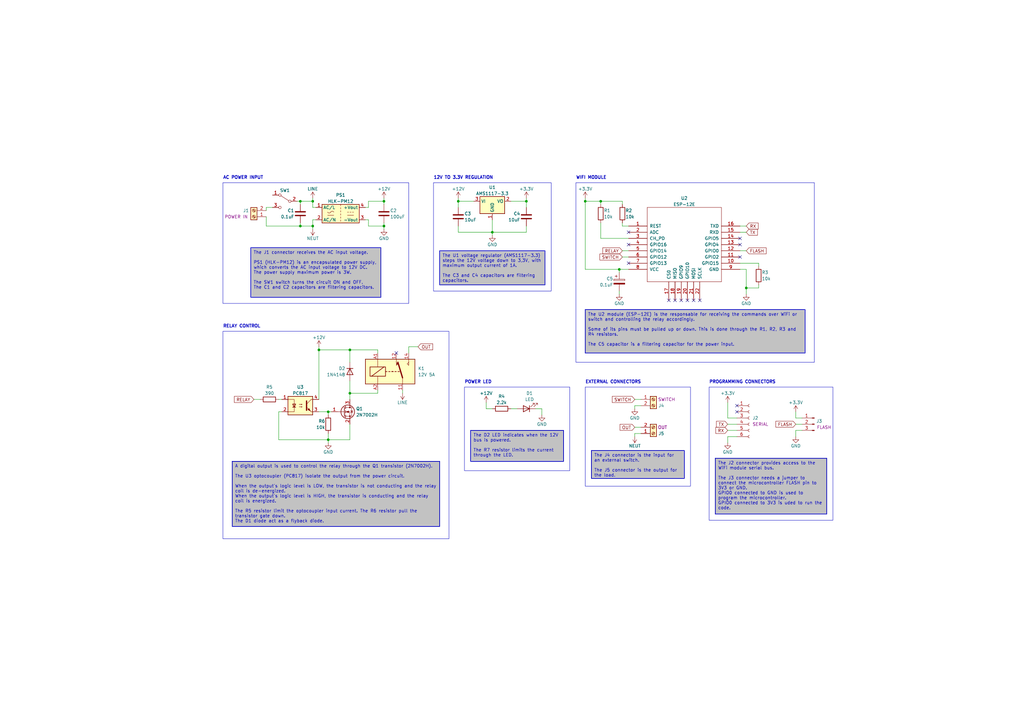
<source format=kicad_sch>
(kicad_sch (version 20230121) (generator eeschema)
  (paper "A3")
  (title_block (title "ON-OFF Module X1") (date "2024-05-02") (rev "1.0") (company "Alan Carvalho"))
  (lib_symbols
    (symbol "Connector:Conn_01x03_Pin" (pin_names (offset 1.016) hide)
      (property "Reference" "J" (at 0 5.08 0))
      (property "Value" "Conn_01x03_Pin" (at 0 -5.08 0))
      (symbol "Conn_01x03_Pin_1_1"
        (polyline (pts (xy 1.27 -2.54) (xy 0.8636 -2.54)) (stroke (width 0.1524)))
        (polyline (pts (xy 1.27 0) (xy 0.8636 0)) (stroke (width 0.1524)))
        (polyline (pts (xy 1.27 2.54) (xy 0.8636 2.54)) (stroke (width 0.1524)))
        (rectangle (start 0.8636 -2.413) (end 0 -2.667) (stroke (width 0.1524)) (fill (type outline)))
        (rectangle (start 0.8636 0.127) (end 0 -0.127) (stroke (width 0.1524)) (fill (type outline)))
        (rectangle (start 0.8636 2.667) (end 0 2.413) (stroke (width 0.1524)) (fill (type outline)))
        (pin passive line (at 5.08 2.54 180) (length 3.81) (name "Pin_1") (number "1"))
        (pin passive line (at 5.08 0 180) (length 3.81) (name "Pin_2") (number "2"))
        (pin passive line (at 5.08 -2.54 180) (length 3.81) (name "Pin_3") (number "3"))
      )
    )
    (symbol "Connector:Conn_01x06_Socket" (pin_names (offset 1.016) hide)
      (property "Reference" "J" (at 0 7.62 0))
      (property "Value" "Conn_01x06_Socket" (at 0 -10.16 0))
      (symbol "Conn_01x06_Socket_1_1"
        (arc (start 0 -7.112) (mid -0.5058 -7.62) (end 0 -8.128) (stroke (width 0.1524)))
        (arc (start 0 -4.572) (mid -0.5058 -5.08) (end 0 -5.588) (stroke (width 0.1524)))
        (arc (start 0 -2.032) (mid -0.5058 -2.54) (end 0 -3.048) (stroke (width 0.1524)))
        (polyline (pts (xy -1.27 -7.62) (xy -0.508 -7.62)) (stroke (width 0.1524)))
        (polyline (pts (xy -1.27 -5.08) (xy -0.508 -5.08)) (stroke (width 0.1524)))
        (polyline (pts (xy -1.27 -2.54) (xy -0.508 -2.54)) (stroke (width 0.1524)))
        (polyline (pts (xy -1.27 0) (xy -0.508 0)) (stroke (width 0.1524)))
        (polyline (pts (xy -1.27 2.54) (xy -0.508 2.54)) (stroke (width 0.1524)))
        (polyline (pts (xy -1.27 5.08) (xy -0.508 5.08)) (stroke (width 0.1524)))
        (arc (start 0 0.508) (mid -0.5058 0) (end 0 -0.508) (stroke (width 0.1524)))
        (arc (start 0 3.048) (mid -0.5058 2.54) (end 0 2.032) (stroke (width 0.1524)))
        (arc (start 0 5.588) (mid -0.5058 5.08) (end 0 4.572) (stroke (width 0.1524)))
        (pin passive line (at -5.08 5.08 0) (length 3.81) (name "Pin_1") (number "1"))
        (pin passive line (at -5.08 2.54 0) (length 3.81) (name "Pin_2") (number "2"))
        (pin passive line (at -5.08 0 0) (length 3.81) (name "Pin_3") (number "3"))
        (pin passive line (at -5.08 -2.54 0) (length 3.81) (name "Pin_4") (number "4"))
        (pin passive line (at -5.08 -5.08 0) (length 3.81) (name "Pin_5") (number "5"))
        (pin passive line (at -5.08 -7.62 0) (length 3.81) (name "Pin_6") (number "6"))
      )
    )
    (symbol "Connector:Screw_Terminal_01x02" (pin_names (offset 1.016) hide)
      (property "Reference" "J" (at 0 2.54 0))
      (property "Value" "Screw_Terminal_01x02" (at 0 -5.08 0))
      (symbol "Screw_Terminal_01x02_1_1"
        (rectangle (start -1.27 1.27) (end 1.27 -3.81) (stroke (width 0.254)) (fill (type background)))
        (circle (center 0 -2.54) (radius 0.635) (stroke (width 0.1524)))
        (polyline (pts (xy -0.5334 -2.2098) (xy 0.3302 -3.048)) (stroke (width 0.1524)))
        (polyline (pts (xy -0.5334 0.3302) (xy 0.3302 -0.508)) (stroke (width 0.1524)))
        (polyline (pts (xy -0.3556 -2.032) (xy 0.508 -2.8702)) (stroke (width 0.1524)))
        (polyline (pts (xy -0.3556 0.508) (xy 0.508 -0.3302)) (stroke (width 0.1524)))
        (circle (center 0 0) (radius 0.635) (stroke (width 0.1524)))
        (pin passive line (at -5.08 0 0) (length 3.81) (name "Pin_1") (number "1"))
        (pin passive line (at -5.08 -2.54 0) (length 3.81) (name "Pin_2") (number "2"))
      )
    )
    (symbol "Converter_ACDC:HLK-PM12"
      (property "Reference" "PS" (at 0 5.08 0))
      (property "Value" "HLK-PM12" (at 0 -5.08 0))
      (symbol "HLK-PM12_0_1"
        (rectangle (start -7.62 3.81) (end 7.62 -3.81) (stroke (width 0.254)) (fill (type background)))
        (arc (start -5.334 0.635) (mid -4.699 0.2495) (end -4.064 0.635))
        (arc (start -2.794 0.635) (mid -3.429 1.0072) (end -4.064 0.635))
        (polyline (pts (xy -5.334 -0.635) (xy -2.794 -0.635)))
        (polyline (pts (xy 0 -2.54) (xy 0 -3.175)))
        (polyline (pts (xy 0 -1.27) (xy 0 -1.905)))
        (polyline (pts (xy 0 0) (xy 0 -0.635)))
        (polyline (pts (xy 0 1.27) (xy 0 0.635)))
        (polyline (pts (xy 0 2.54) (xy 0 1.905)))
        (polyline (pts (xy 0 3.81) (xy 0 3.175)))
        (polyline (pts (xy 2.794 -0.635) (xy 5.334 -0.635)))
        (polyline (pts (xy 2.794 0.635) (xy 3.302 0.635)))
        (polyline (pts (xy 3.81 0.635) (xy 4.318 0.635)))
        (polyline (pts (xy 4.826 0.635) (xy 5.334 0.635)))
      )
      (symbol "HLK-PM12_1_1"
        (pin power_in line (at -10.16 2.54 0) (length 2.54) (name "AC/L") (number "1"))
        (pin power_in line (at -10.16 -2.54 0) (length 2.54) (name "AC/N") (number "2"))
        (pin power_out line (at 10.16 -2.54 180) (length 2.54) (name "-Vout") (number "3"))
        (pin power_out line (at 10.16 2.54 180) (length 2.54) (name "+Vout") (number "4"))
      )
    )
    (symbol "Device:C" (pin_numbers hide) (pin_names (offset 0.254))
      (property "Reference" "C" (at 0.635 2.54 0))
      (property "Value" "C" (at 0.635 -2.54 0))
      (symbol "C_0_1"
        (polyline (pts (xy -2.032 -0.762) (xy 2.032 -0.762)) (stroke (width 0.508)))
        (polyline (pts (xy -2.032 0.762) (xy 2.032 0.762)) (stroke (width 0.508)))
      )
      (symbol "C_1_1"
        (pin passive line (at 0 3.81 270) (length 2.794) (name "~") (number "1"))
        (pin passive line (at 0 -3.81 90) (length 2.794) (name "~") (number "2"))
      )
    )
    (symbol "Device:C_Polarized" (pin_numbers hide) (pin_names (offset 0.254))
      (property "Reference" "C" (at 0.635 2.54 0))
      (property "Value" "C_Polarized" (at 0.635 -2.54 0))
      (symbol "C_Polarized_0_1"
        (rectangle (start -2.286 0.508) (end 2.286 1.016))
        (polyline (pts (xy -1.778 2.286) (xy -0.762 2.286)))
        (polyline (pts (xy -1.27 2.794) (xy -1.27 1.778)))
        (rectangle (start 2.286 -0.508) (end -2.286 -1.016) (fill (type outline)))
      )
      (symbol "C_Polarized_1_1"
        (pin passive line (at 0 3.81 270) (length 2.794) (name "~") (number "1"))
        (pin passive line (at 0 -3.81 90) (length 2.794) (name "~") (number "2"))
      )
    )
    (symbol "Device:LED" (pin_numbers hide) (pin_names (offset 1.016) hide)
      (property "Reference" "D" (at 0 2.54 0))
      (property "Value" "LED" (at 0 -2.54 0))
      (symbol "LED_0_1"
        (polyline (pts (xy -1.27 -1.27) (xy -1.27 1.27)) (stroke (width 0.254)))
        (polyline (pts (xy -1.27 0) (xy 1.27 0)))
        (polyline (pts (xy 1.27 -1.27) (xy 1.27 1.27) (xy -1.27 0) (xy 1.27 -1.27)) (stroke (width 0.254)))
        (polyline (pts (xy -3.048 -0.762) (xy -4.572 -2.286) (xy -3.81 -2.286) (xy -4.572 -2.286) (xy -4.572 -1.524)))
        (polyline (pts (xy -1.778 -0.762) (xy -3.302 -2.286) (xy -2.54 -2.286) (xy -3.302 -2.286) (xy -3.302 -1.524)))
      )
      (symbol "LED_1_1"
        (pin passive line (at -3.81 0 0) (length 2.54) (name "K") (number "1"))
        (pin passive line (at 3.81 0 180) (length 2.54) (name "A") (number "2"))
      )
    )
    (symbol "Device:R" (pin_numbers hide) (pin_names (offset 0))
      (property "Reference" "R" (at 2.032 0 90))
      (property "Value" "R" (at 0 0 90))
      (symbol "R_0_1"
        (rectangle (start -1.016 -2.54) (end 1.016 2.54) (stroke (width 0.254)))
      )
      (symbol "R_1_1"
        (pin passive line (at 0 3.81 270) (length 1.27) (name "~") (number "1"))
        (pin passive line (at 0 -3.81 90) (length 1.27) (name "~") (number "2"))
      )
    )
    (symbol "Diode:1N4148" (pin_numbers hide) (pin_names hide)
      (property "Reference" "D" (at 0 2.54 0))
      (property "Value" "1N4148" (at 0 -2.54 0))
      (symbol "1N4148_0_1"
        (polyline (pts (xy -1.27 1.27) (xy -1.27 -1.27)) (stroke (width 0.254)))
        (polyline (pts (xy 1.27 0) (xy -1.27 0)))
        (polyline (pts (xy 1.27 1.27) (xy 1.27 -1.27) (xy -1.27 0) (xy 1.27 1.27)) (stroke (width 0.254)))
      )
      (symbol "1N4148_1_1"
        (pin passive line (at -3.81 0 0) (length 2.54) (name "K") (number "1"))
        (pin passive line (at 3.81 0 180) (length 2.54) (name "A") (number "2"))
      )
    )
    (symbol "ESP8266:ESP-12E" (pin_names (offset 1.016))
      (property "Reference" "U" (at 0 -2.54 0))
      (property "Value" "ESP-12E" (at 0 2.54 0))
      (symbol "ESP-12E_1_0"
        (rectangle (start -15.24 -15.24) (end 15.24 15.24))
      )
      (symbol "ESP-12E_1_1"
        (pin input line (at -22.86 7.62 0) (length 7.62) (name "REST") (number "1"))
        (pin bidirectional line (at 22.86 -7.62 180) (length 7.62) (name "GPIO15") (number "10"))
        (pin bidirectional line (at 22.86 -5.08 180) (length 7.62) (name "GPIO2") (number "11"))
        (pin bidirectional line (at 22.86 -2.54 180) (length 7.62) (name "GPIO0") (number "12"))
        (pin bidirectional line (at 22.86 0 180) (length 7.62) (name "GPIO4") (number "13"))
        (pin bidirectional line (at 22.86 2.54 180) (length 7.62) (name "GPIO5") (number "14"))
        (pin input line (at 22.86 5.08 180) (length 7.62) (name "RXD") (number "15"))
        (pin output line (at 22.86 7.62 180) (length 7.62) (name "TXD") (number "16"))
        (pin bidirectional line (at -6.35 -22.86 90) (length 7.62) (name "CS0") (number "17"))
        (pin bidirectional line (at -3.81 -22.86 90) (length 7.62) (name "MISO") (number "18"))
        (pin bidirectional line (at -1.27 -22.86 90) (length 7.62) (name "GPIO9") (number "19"))
        (pin passive line (at -22.86 5.08 0) (length 7.62) (name "ADC") (number "2"))
        (pin bidirectional line (at 1.27 -22.86 90) (length 7.62) (name "GPIO10") (number "20"))
        (pin bidirectional line (at 3.81 -22.86 90) (length 7.62) (name "MOSI") (number "21"))
        (pin bidirectional line (at 6.35 -22.86 90) (length 7.62) (name "SCLK") (number "22"))
        (pin input line (at -22.86 2.54 0) (length 7.62) (name "CH_PD") (number "3"))
        (pin bidirectional line (at -22.86 0 0) (length 7.62) (name "GPIO16") (number "4"))
        (pin bidirectional line (at -22.86 -2.54 0) (length 7.62) (name "GPIO14") (number "5"))
        (pin bidirectional line (at -22.86 -5.08 0) (length 7.62) (name "GPIO12") (number "6"))
        (pin bidirectional line (at -22.86 -7.62 0) (length 7.62) (name "GPIO13") (number "7"))
        (pin power_in line (at -22.86 -10.16 0) (length 7.62) (name "VCC") (number "8"))
        (pin power_in line (at 22.86 -10.16 180) (length 7.62) (name "GND") (number "9"))
      )
    )
    (symbol "Isolator:PC817" (pin_names (offset 1.016))
      (property "Reference" "U" (at -5.08 5.08 0))
      (property "Value" "PC817" (at 0 5.08 0))
      (symbol "PC817_0_1"
        (rectangle (start -5.08 3.81) (end 5.08 -3.81) (stroke (width 0.254)) (fill (type background)))
        (polyline (pts (xy -3.175 -0.635) (xy -1.905 -0.635)) (stroke (width 0.254)))
        (polyline (pts (xy 2.54 0.635) (xy 4.445 2.54)))
        (polyline (pts (xy 4.445 -2.54) (xy 2.54 -0.635)) (fill (type outline)))
        (polyline (pts (xy 4.445 -2.54) (xy 5.08 -2.54)))
        (polyline (pts (xy 4.445 2.54) (xy 5.08 2.54)))
        (polyline (pts (xy -5.08 2.54) (xy -2.54 2.54) (xy -2.54 -0.635)))
        (polyline (pts (xy -2.54 -0.635) (xy -2.54 -2.54) (xy -5.08 -2.54)))
        (polyline (pts (xy 2.54 1.905) (xy 2.54 -1.905) (xy 2.54 -1.905)) (stroke (width 0.508)))
        (polyline (pts (xy -2.54 -0.635) (xy -3.175 0.635) (xy -1.905 0.635) (xy -2.54 -0.635)) (stroke (width 0.254)))
        (polyline (pts (xy -0.508 -0.508) (xy 0.762 -0.508) (xy 0.381 -0.635) (xy 0.381 -0.381) (xy 0.762 -0.508)))
        (polyline (pts (xy -0.508 0.508) (xy 0.762 0.508) (xy 0.381 0.381) (xy 0.381 0.635) (xy 0.762 0.508)))
        (polyline (pts (xy 3.048 -1.651) (xy 3.556 -1.143) (xy 4.064 -2.159) (xy 3.048 -1.651) (xy 3.048 -1.651)) (fill (type outline)))
      )
      (symbol "PC817_1_1"
        (pin passive line (at -7.62 2.54 0) (length 2.54) (name "~") (number "1"))
        (pin passive line (at -7.62 -2.54 0) (length 2.54) (name "~") (number "2"))
        (pin passive line (at 7.62 -2.54 180) (length 2.54) (name "~") (number "3"))
        (pin passive line (at 7.62 2.54 180) (length 2.54) (name "~") (number "4"))
      )
    )
    (symbol "Regulator_Linear:AMS1117-3.3"
      (property "Reference" "U" (at -3.81 3.175 0))
      (property "Value" "AMS1117-3.3" (at 0 3.175 0))
      (symbol "AMS1117-3.3_0_1"
        (rectangle (start -5.08 -5.08) (end 5.08 1.905) (stroke (width 0.254)) (fill (type background)))
      )
      (symbol "AMS1117-3.3_1_1"
        (pin power_in line (at 0 -7.62 90) (length 2.54) (name "GND") (number "1"))
        (pin power_out line (at 7.62 0 180) (length 2.54) (name "VO") (number "2"))
        (pin power_in line (at -7.62 0 0) (length 2.54) (name "VI") (number "3"))
      )
    )
    (symbol "Relay:FINDER-36.11"
      (property "Reference" "K" (at 11.43 3.81 0))
      (property "Value" "FINDER-36.11" (at 11.43 1.27 0))
      (symbol "FINDER-36.11_0_0"
        (polyline (pts (xy 2.54 3.81) (xy 2.54 5.08)))
        (polyline (pts (xy 7.62 3.81) (xy 7.62 5.08)))
        (polyline (pts (xy 7.62 3.81) (xy 7.62 2.54) (xy 6.985 3.175) (xy 7.62 3.81)))
      )
      (symbol "FINDER-36.11_0_1"
        (rectangle (start -10.16 5.08) (end 10.16 -5.08) (stroke (width 0.254)) (fill (type background)))
        (rectangle (start -8.255 1.905) (end -1.905 -1.905) (stroke (width 0.254)))
        (polyline (pts (xy -7.62 -1.905) (xy -2.54 1.905)) (stroke (width 0.254)))
        (polyline (pts (xy -5.08 -5.08) (xy -5.08 -1.905)))
        (polyline (pts (xy -5.08 5.08) (xy -5.08 1.905)))
        (polyline (pts (xy -1.905 0) (xy -1.27 0)) (stroke (width 0.254)))
        (polyline (pts (xy -0.635 0) (xy 0 0)) (stroke (width 0.254)))
        (polyline (pts (xy 0.635 0) (xy 1.27 0)) (stroke (width 0.254)))
        (polyline (pts (xy 0.635 0) (xy 1.27 0)) (stroke (width 0.254)))
        (polyline (pts (xy 1.905 0) (xy 2.54 0)) (stroke (width 0.254)))
        (polyline (pts (xy 3.175 0) (xy 3.81 0)) (stroke (width 0.254)))
        (polyline (pts (xy 5.08 -2.54) (xy 3.175 3.81)) (stroke (width 0.508)))
        (polyline (pts (xy 5.08 -2.54) (xy 5.08 -5.08)))
        (polyline (pts (xy 2.54 2.54) (xy 3.175 3.175) (xy 2.54 3.81)) (fill (type outline)))
      )
      (symbol "FINDER-36.11_1_1"
        (pin passive line (at 5.08 -7.62 90) (length 2.54) (name "~") (number "11"))
        (pin passive line (at 2.54 7.62 270) (length 2.54) (name "~") (number "12"))
        (pin passive line (at 7.62 7.62 270) (length 2.54) (name "~") (number "14"))
        (pin passive line (at -5.08 7.62 270) (length 2.54) (name "~") (number "A1"))
        (pin passive line (at -5.08 -7.62 90) (length 2.54) (name "~") (number "A2"))
      )
    )
    (symbol "Switch:SW_SPDT" (pin_names (offset 0) hide)
      (property "Reference" "SW" (at 0 4.318 0))
      (property "Value" "SW_SPDT" (at 0 -5.08 0))
      (symbol "SW_SPDT_0_0"
        (circle (center -2.032 0) (radius 0.508))
        (circle (center 2.032 -2.54) (radius 0.508))
      )
      (symbol "SW_SPDT_0_1"
        (polyline (pts (xy -1.524 0.254) (xy 1.651 2.286)))
        (circle (center 2.032 2.54) (radius 0.508))
      )
      (symbol "SW_SPDT_1_1"
        (pin passive line (at 5.08 2.54 180) (length 2.54) (name "A") (number "1"))
        (pin passive line (at -5.08 0 0) (length 2.54) (name "B") (number "2"))
        (pin passive line (at 5.08 -2.54 180) (length 2.54) (name "C") (number "3"))
      )
    )
    (symbol "Transistor_FET:2N7002H" (pin_names hide)
      (property "Reference" "Q" (at 5.08 1.905 0))
      (property "Value" "2N7002H" (at 5.08 0 0))
      (symbol "2N7002H_0_1"
        (polyline (pts (xy 0.254 0) (xy -2.54 0)))
        (polyline (pts (xy 0.254 1.905) (xy 0.254 -1.905)) (stroke (width 0.254)))
        (polyline (pts (xy 0.762 -1.27) (xy 0.762 -2.286)) (stroke (width 0.254)))
        (polyline (pts (xy 0.762 0.508) (xy 0.762 -0.508)) (stroke (width 0.254)))
        (polyline (pts (xy 0.762 2.286) (xy 0.762 1.27)) (stroke (width 0.254)))
        (polyline (pts (xy 2.54 2.54) (xy 2.54 1.778)))
        (polyline (pts (xy 2.54 -2.54) (xy 2.54 0) (xy 0.762 0)))
        (polyline (pts (xy 0.762 -1.778) (xy 3.302 -1.778) (xy 3.302 1.778) (xy 0.762 1.778)))
        (polyline (pts (xy 1.016 0) (xy 2.032 0.381) (xy 2.032 -0.381) (xy 1.016 0)) (fill (type outline)))
        (polyline (pts (xy 2.794 0.508) (xy 2.921 0.381) (xy 3.683 0.381) (xy 3.81 0.254)))
        (polyline (pts (xy 3.302 0.381) (xy 2.921 -0.254) (xy 3.683 -0.254) (xy 3.302 0.381)))
        (circle (center 1.651 0) (radius 2.794) (stroke (width 0.254)))
        (circle (center 2.54 -1.778) (radius 0.254) (fill (type outline)))
        (circle (center 2.54 1.778) (radius 0.254) (fill (type outline)))
      )
      (symbol "2N7002H_1_1"
        (pin input line (at -5.08 0 0) (length 2.54) (name "G") (number "1"))
        (pin passive line (at 2.54 -5.08 90) (length 2.54) (name "S") (number "2"))
        (pin passive line (at 2.54 5.08 270) (length 2.54) (name "D") (number "3"))
      )
    )
    (symbol "power:+12V" (power) (pin_names (offset 0))
      (property "Value" "+12V" (at 0 3.556 0))
      (symbol "+12V_0_1"
        (polyline (pts (xy -0.762 1.27) (xy 0 2.54)))
        (polyline (pts (xy 0 0) (xy 0 2.54)))
        (polyline (pts (xy 0 2.54) (xy 0.762 1.27)))
      )
      (symbol "+12V_1_1"
        (pin power_in line (at 0 0 90) (length 0) hide (name "+12V") (number "1"))
      )
    )
    (symbol "power:+3.3V" (power) (pin_names (offset 0))
      (property "Value" "+3.3V" (at 0 3.556 0))
      (symbol "+3.3V_0_1"
        (polyline (pts (xy -0.762 1.27) (xy 0 2.54)))
        (polyline (pts (xy 0 0) (xy 0 2.54)))
        (polyline (pts (xy 0 2.54) (xy 0.762 1.27)))
      )
      (symbol "+3.3V_1_1"
        (pin power_in line (at 0 0 90) (length 0) hide (name "+3.3V") (number "1"))
      )
    )
    (symbol "power:GND" (power) (pin_names (offset 0))
      (property "Value" "GND" (at 0 -3.81 0))
      (symbol "GND_0_1"
        (polyline (pts (xy 0 0) (xy 0 -1.27) (xy 1.27 -1.27) (xy 0 -2.54) (xy -1.27 -1.27) (xy 0 -1.27)))
      )
      (symbol "GND_1_1"
        (pin power_in line (at 0 0 270) (length 0) hide (name "GND") (number "1"))
      )
    )
    (symbol "power:LINE" (power) (pin_names (offset 0))
      (property "Value" "LINE" (at 0 3.81 0))
      (symbol "LINE_0_1"
        (polyline (pts (xy -0.762 1.27) (xy 0 2.54)))
        (polyline (pts (xy 0 0) (xy 0 2.54)))
        (polyline (pts (xy 0 2.54) (xy 0.762 1.27)))
      )
      (symbol "LINE_1_1"
        (pin power_in line (at 0 0 90) (length 0) hide (name "LINE") (number "1"))
      )
    )
    (symbol "power:NEUT" (power) (pin_names (offset 0))
      (property "Value" "NEUT" (at 0 3.81 0))
      (symbol "NEUT_0_1"
        (polyline (pts (xy -0.762 1.27) (xy 0 2.54)))
        (polyline (pts (xy 0 0) (xy 0 2.54)))
        (polyline (pts (xy 0 2.54) (xy 0.762 1.27)))
      )
      (symbol "NEUT_1_1"
        (pin power_in line (at 0 0 90) (length 0) hide (name "NEUT") (number "1"))
      )
    )
  )
  (junction (at 215.9 82.55))
  (junction (at 123.19 82.55))
  (junction (at 143.51 161.29))
  (junction (at 123.19 92.71))
  (junction (at 134.62 168.91))
  (junction (at 246.38 82.55))
  (junction (at 306.07 118.11))
  (junction (at 240.03 82.55))
  (junction (at 128.27 82.55))
  (junction (at 128.27 92.71))
  (junction (at 134.62 180.34))
  (junction (at 130.81 143.51))
  (junction (at 201.93 95.25))
  (junction (at 187.96 82.55))
  (junction (at 143.51 143.51))
  (junction (at 254 110.49))
  (junction (at 157.48 82.55))
  (junction (at 157.48 92.71))
  (no_connect (at 302.26 166.37))
  (no_connect (at 287.02 123.19))
  (no_connect (at 303.53 100.33))
  (no_connect (at 257.81 107.95))
  (no_connect (at 279.4 123.19))
  (no_connect (at 302.26 168.91))
  (no_connect (at 274.32 123.19))
  (no_connect (at 281.94 123.19))
  (no_connect (at 284.48 123.19))
  (no_connect (at 162.56 144.78))
  (no_connect (at 303.53 105.41))
  (no_connect (at 303.53 97.79))
  (no_connect (at 257.81 100.33))
  (no_connect (at 276.86 123.19))
  (no_connect (at 257.81 95.25))
  (wire (pts (xy 134.62 168.91) (xy 134.62 170.18)))
  (wire (pts (xy 143.51 173.99) (xy 143.51 180.34)))
  (wire (pts (xy 154.94 143.51) (xy 154.94 144.78)))
  (wire (pts (xy 201.93 95.25) (xy 187.96 95.25)))
  (wire (pts (xy 311.15 116.84) (xy 311.15 118.11)))
  (wire (pts (xy 123.19 82.55) (xy 128.27 82.55)))
  (wire (pts (xy 306.07 118.11) (xy 311.15 118.11)))
  (wire (pts (xy 121.92 82.55) (xy 123.19 82.55)))
  (wire (pts (xy 143.51 148.59) (xy 143.51 143.51)))
  (wire (pts (xy 298.45 179.07) (xy 302.26 179.07)))
  (wire (pts (xy 306.07 110.49) (xy 303.53 110.49)))
  (wire (pts (xy 303.53 102.87) (xy 306.07 102.87)))
  (wire (pts (xy 128.27 85.09) (xy 129.54 85.09)))
  (wire (pts (xy 326.39 179.07) (xy 326.39 176.53)))
  (wire (pts (xy 128.27 81.28) (xy 128.27 82.55)))
  (wire (pts (xy 157.48 82.55) (xy 157.48 83.82)))
  (wire (pts (xy 255.27 105.41) (xy 257.81 105.41)))
  (wire (pts (xy 128.27 90.17) (xy 129.54 90.17)))
  (wire (pts (xy 303.53 95.25) (xy 306.07 95.25)))
  (wire (pts (xy 260.35 179.07) (xy 260.35 177.8)))
  (wire (pts (xy 109.22 88.9) (xy 109.22 92.71)))
  (wire (pts (xy 134.62 177.8) (xy 134.62 180.34)))
  (wire (pts (xy 123.19 82.55) (xy 123.19 83.82)))
  (wire (pts (xy 298.45 171.45) (xy 302.26 171.45)))
  (wire (pts (xy 255.27 92.71) (xy 255.27 91.44)))
  (wire (pts (xy 260.35 177.8) (xy 262.89 177.8)))
  (wire (pts (xy 326.39 176.53) (xy 328.93 176.53)))
  (wire (pts (xy 298.45 181.61) (xy 298.45 179.07)))
  (wire (pts (xy 187.96 82.55) (xy 194.31 82.55)))
  (wire (pts (xy 222.25 167.64) (xy 222.25 170.18)))
  (wire (pts (xy 157.48 82.55) (xy 157.48 81.28)))
  (wire (pts (xy 157.48 93.98) (xy 157.48 92.71)))
  (wire (pts (xy 326.39 173.99) (xy 328.93 173.99)))
  (wire (pts (xy 134.62 180.34) (xy 143.51 180.34)))
  (wire (pts (xy 114.3 163.83) (xy 115.57 163.83)))
  (wire (pts (xy 143.51 161.29) (xy 154.94 161.29)))
  (wire (pts (xy 187.96 81.28) (xy 187.96 82.55)))
  (wire (pts (xy 298.45 165.1) (xy 298.45 171.45)))
  (wire (pts (xy 306.07 118.11) (xy 306.07 110.49)))
  (wire (pts (xy 187.96 92.71) (xy 187.96 95.25)))
  (wire (pts (xy 104.14 163.83) (xy 106.68 163.83)))
  (wire (pts (xy 201.93 95.25) (xy 201.93 96.52)))
  (wire (pts (xy 215.9 81.28) (xy 215.9 82.55)))
  (wire (pts (xy 257.81 92.71) (xy 255.27 92.71)))
  (wire (pts (xy 257.81 97.79) (xy 246.38 97.79)))
  (wire (pts (xy 254 119.38) (xy 254 120.65)))
  (wire (pts (xy 219.71 167.64) (xy 222.25 167.64)))
  (wire (pts (xy 151.13 90.17) (xy 149.86 90.17)))
  (wire (pts (xy 246.38 97.79) (xy 246.38 91.44)))
  (wire (pts (xy 151.13 85.09) (xy 149.86 85.09)))
  (wire (pts (xy 240.03 82.55) (xy 246.38 82.55)))
  (wire (pts (xy 255.27 102.87) (xy 257.81 102.87)))
  (wire (pts (xy 201.93 90.17) (xy 201.93 95.25)))
  (wire (pts (xy 111.76 85.09) (xy 109.22 85.09)))
  (wire (pts (xy 306.07 120.65) (xy 306.07 118.11)))
  (wire (pts (xy 143.51 156.21) (xy 143.51 161.29)))
  (wire (pts (xy 130.81 168.91) (xy 134.62 168.91)))
  (wire (pts (xy 246.38 82.55) (xy 255.27 82.55)))
  (wire (pts (xy 109.22 85.09) (xy 109.22 86.36)))
  (wire (pts (xy 326.39 168.91) (xy 326.39 171.45)))
  (wire (pts (xy 260.35 163.83) (xy 262.89 163.83)))
  (wire (pts (xy 240.03 81.28) (xy 240.03 82.55)))
  (wire (pts (xy 143.51 143.51) (xy 154.94 143.51)))
  (wire (pts (xy 215.9 92.71) (xy 215.9 95.25)))
  (wire (pts (xy 215.9 95.25) (xy 201.93 95.25)))
  (wire (pts (xy 154.94 160.02) (xy 154.94 161.29)))
  (wire (pts (xy 151.13 90.17) (xy 151.13 92.71)))
  (wire (pts (xy 215.9 85.09) (xy 215.9 82.55)))
  (wire (pts (xy 143.51 143.51) (xy 130.81 143.51)))
  (wire (pts (xy 167.64 144.78) (xy 167.64 142.24)))
  (wire (pts (xy 123.19 92.71) (xy 128.27 92.71)))
  (wire (pts (xy 167.64 142.24) (xy 171.45 142.24)))
  (wire (pts (xy 240.03 110.49) (xy 254 110.49)))
  (wire (pts (xy 303.53 92.71) (xy 306.07 92.71)))
  (wire (pts (xy 143.51 161.29) (xy 143.51 163.83)))
  (wire (pts (xy 151.13 82.55) (xy 157.48 82.55)))
  (wire (pts (xy 151.13 82.55) (xy 151.13 85.09)))
  (wire (pts (xy 311.15 109.22) (xy 311.15 107.95)))
  (wire (pts (xy 199.39 167.64) (xy 199.39 165.1)))
  (wire (pts (xy 260.35 167.64) (xy 260.35 166.37)))
  (wire (pts (xy 157.48 91.44) (xy 157.48 92.71)))
  (wire (pts (xy 109.22 92.71) (xy 123.19 92.71)))
  (wire (pts (xy 128.27 82.55) (xy 128.27 85.09)))
  (wire (pts (xy 114.3 180.34) (xy 134.62 180.34)))
  (wire (pts (xy 115.57 168.91) (xy 114.3 168.91)))
  (wire (pts (xy 114.3 168.91) (xy 114.3 180.34)))
  (wire (pts (xy 128.27 92.71) (xy 128.27 90.17)))
  (wire (pts (xy 240.03 82.55) (xy 240.03 110.49)))
  (wire (pts (xy 209.55 167.64) (xy 212.09 167.64)))
  (wire (pts (xy 134.62 180.34) (xy 134.62 181.61)))
  (wire (pts (xy 215.9 82.55) (xy 209.55 82.55)))
  (wire (pts (xy 187.96 85.09) (xy 187.96 82.55)))
  (wire (pts (xy 130.81 142.24) (xy 130.81 143.51)))
  (wire (pts (xy 165.1 160.02) (xy 165.1 161.29)))
  (wire (pts (xy 134.62 168.91) (xy 135.89 168.91)))
  (wire (pts (xy 326.39 171.45) (xy 328.93 171.45)))
  (wire (pts (xy 260.35 166.37) (xy 262.89 166.37)))
  (wire (pts (xy 151.13 92.71) (xy 157.48 92.71)))
  (wire (pts (xy 311.15 107.95) (xy 303.53 107.95)))
  (wire (pts (xy 128.27 92.71) (xy 128.27 93.98)))
  (wire (pts (xy 260.35 175.26) (xy 262.89 175.26)))
  (wire (pts (xy 123.19 91.44) (xy 123.19 92.71)))
  (wire (pts (xy 201.93 167.64) (xy 199.39 167.64)))
  (wire (pts (xy 255.27 83.82) (xy 255.27 82.55)))
  (wire (pts (xy 254 110.49) (xy 254 111.76)))
  (wire (pts (xy 298.45 173.99) (xy 302.26 173.99)))
  (wire (pts (xy 130.81 143.51) (xy 130.81 163.83)))
  (wire (pts (xy 254 110.49) (xy 257.81 110.49)))
  (wire (pts (xy 246.38 83.82) (xy 246.38 82.55)))
  (wire (pts (xy 298.45 176.53) (xy 302.26 176.53)))
  (rectangle (start 290.83 158.75) (end 341.63 213.36))
  (rectangle (start 177.8 74.93) (end 226.06 119.38))
  (rectangle (start 236.22 74.93) (end 334.01 148.59))
  (rectangle (start 240.03 158.75) (end 283.21 199.39))
  (rectangle (start 91.44 74.93) (end 167.64 124.46))
  (rectangle (start 190.5 158.75) (end 233.68 193.04))
  (rectangle (start 91.44 135.89) (end 184.15 220.98))
  (text_box "The J1 connector receives the AC input voltage.\n\nPS1 (HLK-PM12) is an encapsulated power supply, which converts the AC input voltage to 12V DC.\nThe power supply maximum power is 3W. \n\nThe SW1 switch turns the circuit ON and OFF. \nThe C1 and C2 capacitors are filtering capacitors." (at 102.87 101.6 0) (size 53.34 20.32) (stroke (width 0.3)) (fill (type color) (color 194 194 194 1)) (effects (font (size 1.27 1.27)) (justify left top)))
  (text_box "A digital output is used to control the relay through the Q1 transistor (2N7002H).\n\nThe U3 optocoupler (PC817) isolate the output from the power circuit.\n\nWhen the output's logic level is LOW, the transistor is not conducting and the relay coil is de-energized.\nWhen the output's logic level is HIGH, the transistor is conducting and the relay coil is energized.\n\nThe R5 resistor limit the optocoupler input current. The R6 resistor pull the transistor gate down.\nThe D1 diode act as a flyback diode." (at 95.25 189.23 0) (size 85.09 26.67) (stroke (width 0.3)) (fill (type color) (color 194 194 194 1)) (effects (font (size 1.27 1.27)) (justify left top)))
  (text_box "The J2 connector provides access to the WiFi module serial bus.\n\nThe J3 connector needs a jumper to connect the microcontroller FLASH pin to 3V3 or GND.\nGPIO0 connected to GND is used to program the microcontroller.\nGPIO0 connected to 3V3 is uded to run the code." (at 293.37 187.96 0) (size 45.72 22.86) (stroke (width 0.3)) (fill (type color) (color 194 194 194 1)) (effects (font (size 1.27 1.27)) (justify left top)))
  (text_box "The D2 LED indicates when the 12V bus is powered.\n\nThe R7 resistor limits the current through the LED." (at 193.04 176.53 0) (size 38.1 12.7) (stroke (width 0.3)) (fill (type color) (color 194 194 194 1)) (effects (font (size 1.27 1.27)) (justify left top)))
  (text_box "The U2 module (ESP-12E) is the responsable for receiving the commands over WiFi or switch and controlling the relay accordingly.\n\nSome of its pins must be pulled up or down. This is done through the R1, R2, R3 and R4 resistors.\n\nThe C5 capacitor is a filtering capacitor for the power input." (at 240.03 127 0) (size 90.17 17.78) (stroke (width 0.3)) (fill (type color) (color 194 194 194 1)) (effects (font (size 1.27 1.27)) (justify left top)))
  (text_box "The U1 voltage regulator (AMS1117-3.3) steps the 12V voltage down to 3,3V, with maximum output current of 1A.\n \nThe C3 and C4 capacitors are filtering capacitors." (at 180.34 102.87 0) (size 43.18 13.97) (stroke (width 0.3)) (fill (type color) (color 194 194 194 1)) (effects (font (size 1.27 1.27)) (justify left top)))
  (text_box "The J4 connector is the input for an external switch.\n\nThe J5 connector is the output for the load." (at 242.57 184.785 0) (size 38.1 11.43) (stroke (width 0.3)) (fill (type color) (color 194 194 194 1)) (effects (font (size 1.27 1.27)) (justify left top)))
  (text "PROGRAMMING CONNECTORS" (at 290.83 157.48 0) (effects (font (size 1.27 1.27) (thickness 0.254) bold) (justify left bottom)))
  (text "RELAY CONTROL" (at 91.44 134.62 0) (effects (font (size 1.27 1.27) (thickness 0.254) bold) (justify left bottom)))
  (text "POWER LED" (at 190.5 157.48 0) (effects (font (size 1.27 1.27) (thickness 0.254) bold) (justify left bottom)))
  (text "AC POWER INPUT" (at 91.44 73.66 0) (effects (font (size 1.27 1.27) (thickness 0.254) bold) (justify left bottom)))
  (text "EXTERNAL CONNECTORS" (at 240.03 157.48 0) (effects (font (size 1.27 1.27) (thickness 0.254) bold) (justify left bottom)))
  (text "WIFI MODULE" (at 236.22 73.66 0) (effects (font (size 1.27 1.27) (thickness 0.254) bold) (justify left bottom)))
  (text "12V TO 3.3V REGULATION" (at 177.8 73.66 0) (effects (font (size 1.27 1.27) (thickness 0.254) bold) (justify left bottom)))
  (global_label "SWITCH" (shape input) (at 260.35 163.83 180) (property "Intersheetrefs" "${INTERSHEET_REFS}" (effects hide)))
  (global_label "TX" (shape input) (at 306.07 95.25 0) (property "Intersheetrefs" "${INTERSHEET_REFS}" (effects hide)))
  (global_label "TX" (shape input) (at 298.45 173.99 180) (property "Intersheetrefs" "${INTERSHEET_REFS}" (effects hide)))
  (global_label "RELAY" (shape input) (at 104.14 163.83 180) (property "Intersheetrefs" "${INTERSHEET_REFS}" (effects hide)))
  (global_label "OUT" (shape input) (at 260.35 175.26 180) (property "Intersheetrefs" "${INTERSHEET_REFS}" (effects hide)))
  (global_label "FLASH" (shape input) (at 326.39 173.99 180) (property "Intersheetrefs" "${INTERSHEET_REFS}" (effects hide)))
  (global_label "SWITCH" (shape input) (at 255.27 105.41 180) (property "Intersheetrefs" "${INTERSHEET_REFS}" (effects hide)))
  (global_label "OUT" (shape input) (at 171.45 142.24 0) (property "Intersheetrefs" "${INTERSHEET_REFS}" (effects hide)))
  (global_label "RELAY" (shape input) (at 255.27 102.87 180) (property "Intersheetrefs" "${INTERSHEET_REFS}" (effects hide)))
  (global_label "FLASH" (shape input) (at 306.07 102.87 0) (property "Intersheetrefs" "${INTERSHEET_REFS}" (effects hide)))
  (global_label "RX" (shape input) (at 298.45 176.53 180) (property "Intersheetrefs" "${INTERSHEET_REFS}" (effects hide)))
  (global_label "RX" (shape input) (at 306.07 92.71 0) (property "Intersheetrefs" "${INTERSHEET_REFS}" (effects hide)))
  (symbol (lib_id "Switch:SW_SPDT") (at 116.84 82.55 0) (mirror y) (unit 1)
    (property "Reference" "SW1" (at 116.84 78.105 0))
    (property "Value" "SW_SPDT" (effects hide))
    (property "Footprint" "MyLibrary:Toggle_Switch_SelfLocking_7x7" (effects hide))
  )
  (symbol (lib_id "power:GND") (at 134.62 181.61 0) (unit 1)
    (property "Reference" "#PWR08" (effects hide))
    (property "Value" "GND" (at 134.62 185.42 0))
  )
  (symbol (lib_id "Device:R") (at 134.62 173.99 0) (unit 1)
    (property "Reference" "R6" (at 133.35 172.72 0) (effects (justify right)))
    (property "Value" "10k" (at 133.35 175.26 0) (effects (justify right)))
    (property "Footprint" "Resistor_SMD:R_0603_1608Metric" (effects hide))
    (property "Tolerance" "5%" (effects hide))
    (property "Power" "1/10W" (effects hide))
  )
  (symbol (lib_id "power:GND") (at 306.07 120.65 0) (unit 1)
    (property "Reference" "#PWR06" (effects hide))
    (property "Value" "GND" (at 306.07 124.46 0))
  )
  (symbol (lib_id "Relay:FINDER-36.11") (at 160.02 152.4 0) (unit 1)
    (property "Reference" "K1" (at 171.45 151.13 0) (effects (justify left)))
    (property "Value" "12V 5A" (at 171.45 153.67 0) (effects (justify left)))
    (property "Footprint" "Relay_THT:Relay_SPDT_Finder_36.11" (effects hide))
    (property "Datasheet" "https://gfinder.findernet.com/public/attachments/36/EN/S36EN.pdf" (effects hide))
  )
  (symbol (lib_id "Device:C_Polarized") (at 254 115.57 0) (unit 1)
    (property "Reference" "C5" (at 251.46 114.3 0) (effects (justify right)))
    (property "Value" "0.1uF" (at 251.46 116.84 0) (effects (justify right)))
    (property "Footprint" "Capacitor_SMD:C_0603_1608Metric" (effects hide))
    (property "Voltage" "6.3V" (effects hide))
  )
  (symbol (lib_id "power:GND") (at 260.35 167.64 0) (unit 1)
    (property "Reference" "#PWR013" (effects hide))
    (property "Value" "GND" (at 260.35 171.45 0))
  )
  (symbol (lib_id "Connector:Conn_01x06_Socket") (at 307.34 171.45 0) (unit 1)
    (property "Reference" "J2" (at 308.61 171.45 0) (effects (justify left)))
    (property "Value" "Conn_01x06_Socket" (effects hide))
    (property "Footprint" "Connector_PinHeader_2.54mm:PinHeader_1x06_P2.54mm_Vertical" (effects hide))
    (property "Description" "SERIAL" (at 308.61 173.99 0) (effects (justify left)))
  )
  (symbol (lib_id "Connector:Conn_01x03_Pin") (at 334.01 173.99 0) (mirror y) (unit 1)
    (property "Reference" "J3" (at 337.185 172.72 0) (effects (justify left)))
    (property "Value" "Conn_01x03_Socket" (effects hide))
    (property "Footprint" "Connector_PinSocket_2.54mm:PinSocket_1x03_P2.54mm_Vertical" (effects hide))
    (property "Description" "FLASH" (at 340.995 175.26 0) (effects (justify left)))
  )
  (symbol (lib_id "Transistor_FET:2N7002H") (at 140.97 168.91 0) (unit 1)
    (property "Reference" "Q1" (at 146.05 167.64 0) (effects (justify left)))
    (property "Value" "2N7002H" (at 146.05 170.18 0) (effects (justify left)))
    (property "Footprint" "Package_TO_SOT_SMD:SOT-23" (effects hide))
    (property "Datasheet" "http://www.diodes.com/assets/Datasheets/2N7002H.pdf" (effects hide))
  )
  (symbol (lib_id "power:LINE") (at 128.27 81.28 0) (unit 1)
    (property "Reference" "#PWR03" (effects hide))
    (property "Value" "LINE" (at 128.27 77.47 0))
  )
  (symbol (lib_id "power:GND") (at 326.39 179.07 0) (unit 1)
    (property "Reference" "#PWR010" (effects hide))
    (property "Value" "GND" (at 326.39 182.88 0))
  )
  (symbol (lib_id "Device:LED") (at 215.9 167.64 180) (unit 1)
    (property "Reference" "D1" (at 217.17 161.29 0))
    (property "Value" "LED" (at 217.17 163.83 0))
    (property "Footprint" "LED_SMD:LED_0603_1608Metric" (effects hide))
    (property "Color" "Green" (effects hide))
  )
  (symbol (lib_id "power:GND") (at 201.93 96.52 0) (unit 1)
    (property "Reference" "#PWR022" (effects hide))
    (property "Value" "GND" (at 201.93 100.33 0))
  )
  (symbol (lib_id "power:GND") (at 254 120.65 0) (unit 1)
    (property "Reference" "#PWR018" (effects hide))
    (property "Value" "GND" (at 254 124.46 0))
  )
  (symbol (lib_id "Regulator_Linear:AMS1117-3.3") (at 201.93 82.55 0) (unit 1)
    (property "Reference" "U1" (at 201.93 76.835 0))
    (property "Value" "AMS1117-3.3" (at 201.93 79.375 0))
    (property "Footprint" "Package_TO_SOT_SMD:SOT-223-3_TabPin2" (effects hide))
    (property "Datasheet" "http://www.advanced-monolithic.com/pdf/ds1117.pdf" (effects hide))
    (property "Power" "3.3W" (effects hide))
  )
  (symbol (lib_id "Device:R") (at 311.15 113.03 0) (unit 1)
    (property "Reference" "R3" (at 312.42 111.76 0) (effects (justify left)))
    (property "Value" "10k" (at 312.42 114.3 0) (effects (justify left)))
    (property "Footprint" "Resistor_SMD:R_0603_1608Metric" (effects hide))
    (property "Tolerance" "5%" (effects hide))
    (property "Power" "1/10W" (effects hide))
  )
  (symbol (lib_id "Device:R") (at 246.38 87.63 0) (unit 1)
    (property "Reference" "R1" (at 247.65 86.36 0) (effects (justify left)))
    (property "Value" "10k" (at 247.65 88.9 0) (effects (justify left)))
    (property "Footprint" "Resistor_SMD:R_0603_1608Metric" (effects hide))
    (property "Tolerance" "5%" (effects hide))
    (property "Power" "1/10W" (effects hide))
  )
  (symbol (lib_id "power:LINE") (at 165.1 161.29 180) (unit 1)
    (property "Reference" "#PWR012" (effects hide))
    (property "Value" "LINE" (at 165.1 165.1 0))
  )
  (symbol (lib_id "power:GND") (at 157.48 93.98 0) (unit 1)
    (property "Reference" "#PWR01" (effects hide))
    (property "Value" "GND" (at 157.48 97.79 0))
  )
  (symbol (lib_id "Converter_ACDC:HLK-PM12") (at 139.7 87.63 0) (unit 1)
    (property "Reference" "PS1" (at 139.7 80.01 0))
    (property "Value" "HLK-PM12" (at 139.7 82.55 0))
    (property "Footprint" "Converter_ACDC:Converter_ACDC_HiLink_HLK-PMxx" (effects hide))
    (property "Datasheet" "https://datasheet.lcsc.com/lcsc/1909111105_HI-LINK-HLK-PM24_C399250.pdf" (effects hide))
    (property "Power" "3W" (effects hide))
  )
  (symbol (lib_id "Diode:1N4148") (at 143.51 152.4 270) (unit 1)
    (property "Reference" "D2" (at 141.605 151.13 90) (effects (justify right)))
    (property "Value" "1N4148" (at 141.605 153.67 90) (effects (justify right)))
    (property "Footprint" "Diode_SMD:D_SOD-323F" (effects hide))
    (property "Datasheet" "https://assets.nexperia.com/documents/data-sheet/1N4148_1N4448.pdf" (effects hide))
  )
  (symbol (lib_id "Device:C") (at 123.19 87.63 0) (unit 1)
    (property "Reference" "C1" (at 120.65 86.36 0) (effects (justify right)))
    (property "Value" "0.1uF" (at 120.65 88.9 0) (effects (justify right)))
    (property "Footprint" "Capacitor_THT:C_Rect_L18.0mm_W6.0mm_P15.00mm_FKS3_FKP3" (effects hide))
    (property "Voltage" "275V" (effects hide))
  )
  (symbol (lib_id "Device:R") (at 110.49 163.83 270) (unit 1)
    (property "Reference" "R5" (at 110.49 158.75 90))
    (property "Value" "390" (at 110.49 161.29 90))
    (property "Footprint" "Resistor_SMD:R_0603_1608Metric" (effects hide))
    (property "Tolerance" "5%" (effects hide))
    (property "Power" "1/10W" (effects hide))
  )
  (symbol (lib_id "power:NEUT") (at 128.27 93.98 180) (unit 1)
    (property "Reference" "#PWR04" (effects hide))
    (property "Value" "NEUT" (at 128.27 97.79 0))
  )
  (symbol (lib_id "Device:C") (at 187.96 88.9 0) (unit 1)
    (property "Reference" "C3" (at 190.5 87.63 0) (effects (justify left)))
    (property "Value" "10uF" (at 190.5 90.17 0) (effects (justify left)))
    (property "Footprint" "Capacitor_Tantalum_SMD:CP_EIA-3216-18_Kemet-A" (effects hide))
    (property "Voltage" "16V" (effects hide))
  )
  (symbol (lib_id "power:+3.3V") (at 298.45 165.1 0) (unit 1)
    (property "Reference" "#PWR019" (effects hide))
    (property "Value" "+3.3V" (at 298.45 161.29 0))
  )
  (symbol (lib_id "ESP8266:ESP-12E") (at 280.67 100.33 0) (unit 1)
    (property "Reference" "U2" (at 280.67 81.28 0))
    (property "Value" "ESP-12E" (at 280.67 83.82 0))
    (property "Footprint" "ESP8266:ESP-12E_SMD" (effects hide))
    (property "Datasheet" "https://components101.com/sites/default/files/2021-09/ESP12E-Datasheet.pdf" (effects hide))
  )
  (symbol (lib_id "Device:C") (at 215.9 88.9 0) (unit 1)
    (property "Reference" "C4" (at 213.36 87.63 0) (effects (justify right)))
    (property "Value" "10uF" (at 213.36 90.17 0) (effects (justify right)))
    (property "Footprint" "Capacitor_Tantalum_SMD:CP_EIA-3216-18_Kemet-A" (effects hide))
    (property "Voltage" "6.3V" (effects hide))
  )
  (symbol (lib_id "Device:R") (at 205.74 167.64 270) (unit 1)
    (property "Reference" "R4" (at 205.74 162.56 90))
    (property "Value" "2.2k" (at 205.74 165.1 90))
    (property "Footprint" "Resistor_SMD:R_0603_1608Metric" (effects hide))
    (property "Tolerance" "5%" (effects hide))
    (property "Power" "1/10W" (effects hide))
  )
  (symbol (lib_id "power:+12V") (at 130.81 142.24 0) (unit 1)
    (property "Reference" "#PWR09" (effects hide))
    (property "Value" "+12V" (at 130.81 138.43 0))
  )
  (symbol (lib_id "Isolator:PC817") (at 123.19 166.37 0) (unit 1)
    (property "Reference" "U3" (at 123.19 158.75 0))
    (property "Value" "PC817" (at 123.19 161.29 0))
    (property "Footprint" "Package_DIP:SMDIP-4_W7.62mm" (effects hide))
    (property "Datasheet" "http://www.soselectronic.cz/a_info/resource/d/pc817.pdf" (effects hide))
  )
  (symbol (lib_id "power:+12V") (at 187.96 81.28 0) (unit 1)
    (property "Reference" "#PWR02" (effects hide))
    (property "Value" "+12V" (at 187.96 77.47 0))
  )
  (symbol (lib_id "Device:R") (at 255.27 87.63 0) (unit 1)
    (property "Reference" "R2" (at 256.54 86.36 0) (effects (justify left)))
    (property "Value" "10k" (at 256.54 88.9 0) (effects (justify left)))
    (property "Footprint" "Resistor_SMD:R_0603_1608Metric" (effects hide))
    (property "Tolerance" "5%" (effects hide))
    (property "Power" "1/10W" (effects hide))
  )
  (symbol (lib_id "Connector:Screw_Terminal_01x02") (at 267.97 177.8 0) (mirror x) (unit 1)
    (property "Reference" "J5" (at 272.415 177.8 0) (effects (justify right)))
    (property "Value" "Screw_Terminal_01x02" (effects hide))
    (property "Footprint" "TerminalBlock_Phoenix:TerminalBlock_Phoenix_MKDS-1,5-2-5.08_1x02_P5.08mm_Horizontal" (effects hide))
    (property "Description" "OUT" (at 273.685 175.26 0) (effects (justify right)))
  )
  (symbol (lib_id "power:GND") (at 298.45 181.61 0) (unit 1)
    (property "Reference" "#PWR020" (effects hide))
    (property "Value" "GND" (at 298.45 185.42 0))
  )
  (symbol (lib_id "power:+12V") (at 199.39 165.1 0) (unit 1)
    (property "Reference" "#PWR024" (effects hide))
    (property "Value" "+12V" (at 199.39 161.29 0))
  )
  (symbol (lib_id "power:+3.3V") (at 215.9 81.28 0) (unit 1)
    (property "Reference" "#PWR07" (effects hide))
    (property "Value" "+3.3V" (at 215.9 77.47 0))
  )
  (symbol (lib_id "Connector:Screw_Terminal_01x02") (at 267.97 163.83 0) (unit 1)
    (property "Reference" "J4" (at 272.415 166.37 0) (effects (justify right)))
    (property "Value" "Screw_Terminal_01x02" (effects hide))
    (property "Footprint" "TerminalBlock_Phoenix:TerminalBlock_Phoenix_MKDS-1,5-2-5.08_1x02_P5.08mm_Horizontal" (effects hide))
    (property "Description" "SWITCH" (at 269.875 163.83 0) (effects (justify left)))
  )
  (symbol (lib_id "power:GND") (at 222.25 170.18 0) (unit 1)
    (property "Reference" "#PWR023" (effects hide))
    (property "Value" "GND" (at 222.25 173.99 0))
  )
  (symbol (lib_id "Device:C") (at 157.48 87.63 0) (unit 1)
    (property "Reference" "C2" (at 160.02 86.36 0) (effects (justify left)))
    (property "Value" "100uF" (at 160.02 88.9 0) (effects (justify left)))
    (property "Footprint" "Capacitor_SMD:CP_Elec_6.3x7.7" (effects hide))
    (property "Voltage" "16V" (effects hide))
  )
  (symbol (lib_id "power:NEUT") (at 260.35 179.07 180) (unit 1)
    (property "Reference" "#PWR014" (effects hide))
    (property "Value" "NEUT" (at 260.35 182.88 0))
  )
  (symbol (lib_id "Connector:Screw_Terminal_01x02") (at 104.14 88.9 180) (unit 1)
    (property "Reference" "J1" (at 99.695 86.36 0) (effects (justify right)))
    (property "Value" "Screw_Terminal_01x02" (effects hide))
    (property "Footprint" "TerminalBlock_Phoenix:TerminalBlock_Phoenix_MKDS-1,5-2-5.08_1x02_P5.08mm_Horizontal" (effects hide))
    (property "Description" "POWER IN" (at 92.075 88.9 0) (effects (justify right)))
  )
  (symbol (lib_id "power:+3.3V") (at 240.03 81.28 0) (unit 1)
    (property "Reference" "#PWR05" (effects hide))
    (property "Value" "+3.3V" (at 240.03 77.47 0))
  )
  (symbol (lib_id "power:+12V") (at 157.48 81.28 0) (unit 1)
    (property "Reference" "#PWR021" (effects hide))
    (property "Value" "+12V" (at 157.48 77.47 0))
  )
  (symbol (lib_id "power:+3.3V") (at 326.39 168.91 0) (unit 1)
    (property "Reference" "#PWR011" (effects hide))
    (property "Value" "+3.3V" (at 326.39 165.1 0))
  )
)
</source>
